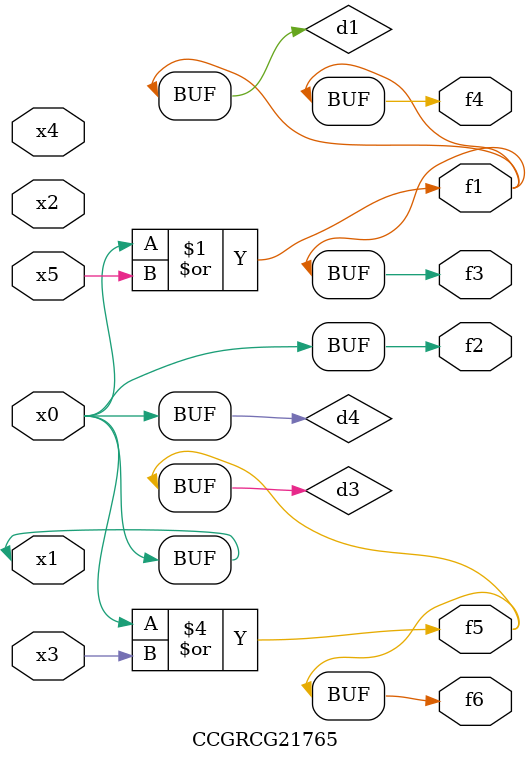
<source format=v>
module CCGRCG21765(
	input x0, x1, x2, x3, x4, x5,
	output f1, f2, f3, f4, f5, f6
);

	wire d1, d2, d3, d4;

	or (d1, x0, x5);
	xnor (d2, x1, x4);
	or (d3, x0, x3);
	buf (d4, x0, x1);
	assign f1 = d1;
	assign f2 = d4;
	assign f3 = d1;
	assign f4 = d1;
	assign f5 = d3;
	assign f6 = d3;
endmodule

</source>
